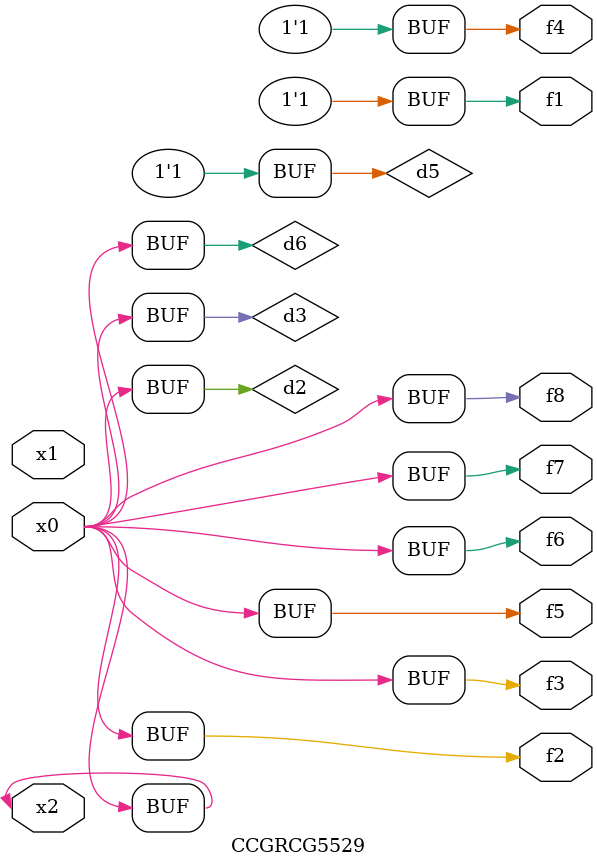
<source format=v>
module CCGRCG5529(
	input x0, x1, x2,
	output f1, f2, f3, f4, f5, f6, f7, f8
);

	wire d1, d2, d3, d4, d5, d6;

	xnor (d1, x2);
	buf (d2, x0, x2);
	and (d3, x0);
	xnor (d4, x1, x2);
	nand (d5, d1, d3);
	buf (d6, d2, d3);
	assign f1 = d5;
	assign f2 = d6;
	assign f3 = d6;
	assign f4 = d5;
	assign f5 = d6;
	assign f6 = d6;
	assign f7 = d6;
	assign f8 = d6;
endmodule

</source>
